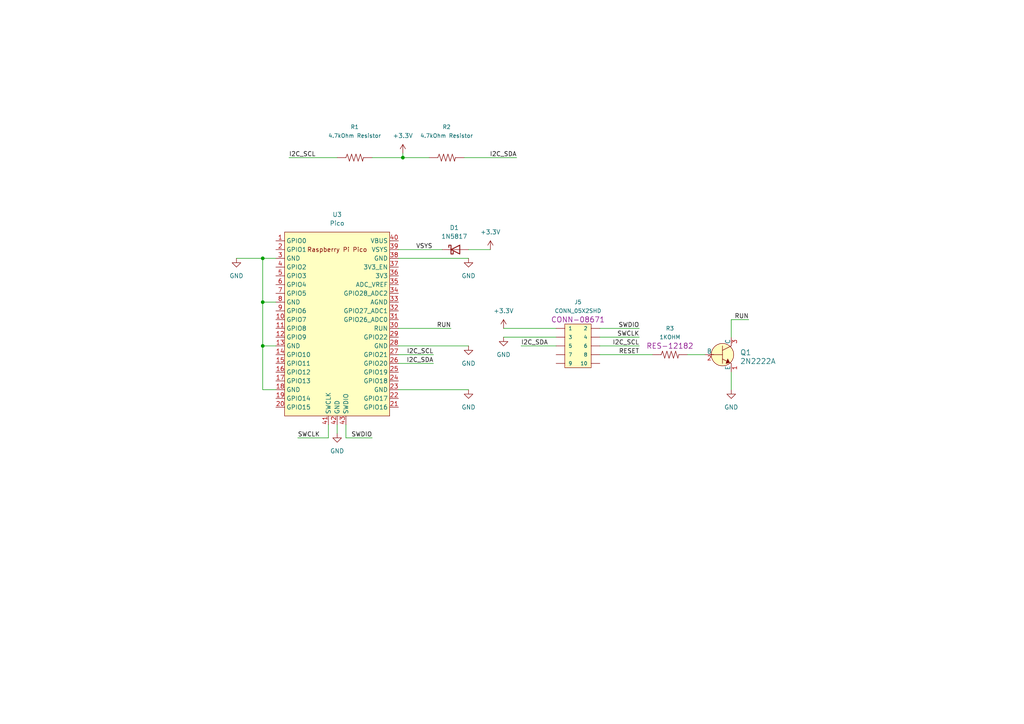
<source format=kicad_sch>
(kicad_sch (version 20230121) (generator eeschema)
  (paper "A4")
  (lib_symbols
    (symbol "Adafruit_Diode:1N5817" (pin_numbers hide) (pin_names (offset 1.016) hide)
      (property "Reference" "D" (at 0 2.54 0))
      (property "Value" "1N5817" (at 0 -2.54 0))
      (symbol "1N5817_0_1"
        (polyline (pts (xy 1.27 0) (xy -1.27 0)))
        (polyline (pts (xy 1.27 1.27) (xy 1.27 -1.27) (xy -1.27 0) (xy 1.27 1.27)) (stroke (width 0.254)))
        (polyline (pts (xy -1.905 0.635) (xy -1.905 1.27) (xy -1.27 1.27) (xy -1.27 -1.27) (xy -0.635 -1.27) (xy -0.635 -0.635)) (stroke (width 0.254)))
      )
      (symbol "1N5817_1_1"
        (pin passive line (at -3.81 0 0) (length 2.54) (name "K") (number "1"))
        (pin passive line (at 3.81 0 180) (length 2.54) (name "A") (number "2"))
      )
    )
    (symbol "Adafruit_power:+3.3V" (power) (pin_names (offset 0))
      (property "Value" "+3.3V" (at 0 3.556 0))
      (symbol "+3.3V_0_1"
        (polyline (pts (xy -0.762 1.27) (xy 0 2.54)))
        (polyline (pts (xy 0 0) (xy 0 2.54)))
        (polyline (pts (xy 0 2.54) (xy 0.762 1.27)))
      )
      (symbol "+3.3V_1_1"
        (pin power_in line (at 0 0 90) (length 0) hide (name "+3.3V") (number "1"))
      )
    )
    (symbol "Adafruit_power:GND" (power) (pin_names (offset 0))
      (property "Value" "GND" (at 0 -3.81 0))
      (symbol "GND_0_1"
        (polyline (pts (xy 0 0) (xy 0 -1.27) (xy 1.27 -1.27) (xy 0 -2.54) (xy -1.27 -1.27) (xy 0 -1.27)))
      )
      (symbol "GND_1_1"
        (pin power_in line (at 0 0 270) (length 0) hide (name "GND") (number "1"))
      )
    )
    (symbol "MCU_RaspberryPi_and_Boards:Pico"
      (property "Reference" "U" (at -13.97 27.94 0))
      (property "Value" "Pico" (at 0 19.05 0))
      (symbol "Pico_0_0"
        (text "Raspberry Pi Pico" (at 0 21.59 0) (effects (font (size 1.27 1.27))))
      )
      (symbol "Pico_0_1"
        (rectangle (start -15.24 26.67) (end 15.24 -26.67) (fill (type background)))
      )
      (symbol "Pico_1_1"
        (pin bidirectional line (at -17.78 24.13 0) (length 2.54) (name "GPIO0") (number "1"))
        (pin bidirectional line (at -17.78 1.27 0) (length 2.54) (name "GPIO7") (number "10"))
        (pin bidirectional line (at -17.78 -1.27 0) (length 2.54) (name "GPIO8") (number "11"))
        (pin bidirectional line (at -17.78 -3.81 0) (length 2.54) (name "GPIO9") (number "12"))
        (pin power_in line (at -17.78 -6.35 0) (length 2.54) (name "GND") (number "13"))
        (pin bidirectional line (at -17.78 -8.89 0) (length 2.54) (name "GPIO10") (number "14"))
        (pin bidirectional line (at -17.78 -11.43 0) (length 2.54) (name "GPIO11") (number "15"))
        (pin bidirectional line (at -17.78 -13.97 0) (length 2.54) (name "GPIO12") (number "16"))
        (pin bidirectional line (at -17.78 -16.51 0) (length 2.54) (name "GPIO13") (number "17"))
        (pin power_in line (at -17.78 -19.05 0) (length 2.54) (name "GND") (number "18"))
        (pin bidirectional line (at -17.78 -21.59 0) (length 2.54) (name "GPIO14") (number "19"))
        (pin bidirectional line (at -17.78 21.59 0) (length 2.54) (name "GPIO1") (number "2"))
        (pin bidirectional line (at -17.78 -24.13 0) (length 2.54) (name "GPIO15") (number "20"))
        (pin bidirectional line (at 17.78 -24.13 180) (length 2.54) (name "GPIO16") (number "21"))
        (pin bidirectional line (at 17.78 -21.59 180) (length 2.54) (name "GPIO17") (number "22"))
        (pin power_in line (at 17.78 -19.05 180) (length 2.54) (name "GND") (number "23"))
        (pin bidirectional line (at 17.78 -16.51 180) (length 2.54) (name "GPIO18") (number "24"))
        (pin bidirectional line (at 17.78 -13.97 180) (length 2.54) (name "GPIO19") (number "25"))
        (pin bidirectional line (at 17.78 -11.43 180) (length 2.54) (name "GPIO20") (number "26"))
        (pin bidirectional line (at 17.78 -8.89 180) (length 2.54) (name "GPIO21") (number "27"))
        (pin power_in line (at 17.78 -6.35 180) (length 2.54) (name "GND") (number "28"))
        (pin bidirectional line (at 17.78 -3.81 180) (length 2.54) (name "GPIO22") (number "29"))
        (pin power_in line (at -17.78 19.05 0) (length 2.54) (name "GND") (number "3"))
        (pin input line (at 17.78 -1.27 180) (length 2.54) (name "RUN") (number "30"))
        (pin bidirectional line (at 17.78 1.27 180) (length 2.54) (name "GPIO26_ADC0") (number "31"))
        (pin bidirectional line (at 17.78 3.81 180) (length 2.54) (name "GPIO27_ADC1") (number "32"))
        (pin power_in line (at 17.78 6.35 180) (length 2.54) (name "AGND") (number "33"))
        (pin bidirectional line (at 17.78 8.89 180) (length 2.54) (name "GPIO28_ADC2") (number "34"))
        (pin power_in line (at 17.78 11.43 180) (length 2.54) (name "ADC_VREF") (number "35"))
        (pin power_in line (at 17.78 13.97 180) (length 2.54) (name "3V3") (number "36"))
        (pin input line (at 17.78 16.51 180) (length 2.54) (name "3V3_EN") (number "37"))
        (pin bidirectional line (at 17.78 19.05 180) (length 2.54) (name "GND") (number "38"))
        (pin power_in line (at 17.78 21.59 180) (length 2.54) (name "VSYS") (number "39"))
        (pin bidirectional line (at -17.78 16.51 0) (length 2.54) (name "GPIO2") (number "4"))
        (pin power_in line (at 17.78 24.13 180) (length 2.54) (name "VBUS") (number "40"))
        (pin input line (at -2.54 -29.21 90) (length 2.54) (name "SWCLK") (number "41"))
        (pin power_in line (at 0 -29.21 90) (length 2.54) (name "GND") (number "42"))
        (pin bidirectional line (at 2.54 -29.21 90) (length 2.54) (name "SWDIO") (number "43"))
        (pin bidirectional line (at -17.78 13.97 0) (length 2.54) (name "GPIO3") (number "5"))
        (pin bidirectional line (at -17.78 11.43 0) (length 2.54) (name "GPIO4") (number "6"))
        (pin bidirectional line (at -17.78 8.89 0) (length 2.54) (name "GPIO5") (number "7"))
        (pin power_in line (at -17.78 6.35 0) (length 2.54) (name "GND") (number "8"))
        (pin bidirectional line (at -17.78 3.81 0) (length 2.54) (name "GPIO6") (number "9"))
      )
    )
    (symbol "SparkFun-Connectors:CONN_05X2SHD" (pin_numbers hide) (pin_names (offset 1.016))
      (property "Reference" "J" (at -3.81 7.62 0))
      (property "Value" "CONN_05X2SHD" (at -3.81 -8.89 0))
      (property "Field4" "CONN-08671" (at 0 11.43 0))
      (symbol "CONN_05X2SHD_0_1"
        (rectangle (start 3.81 -6.35) (end -3.81 6.35) (fill (type background)))
      )
      (symbol "CONN_05X2SHD_1_1"
        (pin passive line (at -6.35 5.08 0) (length 2.54) (name "1") (number "1"))
        (pin passive line (at 6.35 -5.08 180) (length 2.54) (name "10") (number "10"))
        (pin passive line (at 6.35 5.08 180) (length 2.54) (name "2") (number "2"))
        (pin passive line (at -6.35 2.54 0) (length 2.54) (name "3") (number "3"))
        (pin passive line (at 6.35 2.54 180) (length 2.54) (name "4") (number "4"))
        (pin passive line (at -6.35 0 0) (length 2.54) (name "5") (number "5"))
        (pin passive line (at 6.35 0 180) (length 2.54) (name "6") (number "6"))
        (pin passive line (at -6.35 -2.54 0) (length 2.54) (name "7") (number "7"))
        (pin passive line (at 6.35 -2.54 180) (length 2.54) (name "8") (number "8"))
        (pin passive line (at -6.35 -5.08 0) (length 2.54) (name "9") (number "9"))
      )
    )
    (symbol "SparkFun-Resistors:1KOHM-HORIZ-1_4W-1%" (pin_numbers hide) (pin_names (offset 1.016) hide)
      (property "Reference" "R" (at -5.08 1.27 0))
      (property "Value" "1KOHM-HORIZ-1_4W-1%" (at -5.08 -3.81 0))
      (property "Field4" "RES-12182" (at 0 5.08 0))
      (symbol "1KOHM-HORIZ-1_4W-1%_1_0"
        (polyline (pts (xy -2.54 0) (xy -2.159 1.016)))
        (polyline (pts (xy -2.159 1.016) (xy -1.524 -1.016)))
        (polyline (pts (xy -1.524 -1.016) (xy -0.889 1.016)))
        (polyline (pts (xy -0.889 1.016) (xy -0.254 -1.016)))
        (polyline (pts (xy -0.254 -1.016) (xy 0.381 1.016)))
        (polyline (pts (xy 0.381 1.016) (xy 1.016 -1.016)))
        (polyline (pts (xy 1.016 -1.016) (xy 1.651 1.016)))
        (polyline (pts (xy 1.651 1.016) (xy 2.286 -1.016)))
        (polyline (pts (xy 2.286 -1.016) (xy 2.54 0)))
      )
      (symbol "1KOHM-HORIZ-1_4W-1%_1_1"
        (pin passive line (at -5.08 0 0) (length 2.54) (name "1") (number "P$1"))
        (pin passive line (at 5.08 0 180) (length 2.54) (name "2") (number "P$2"))
      )
    )
    (symbol "SparkFun-Resistors:RESISTORAXIAL-0.3" (pin_numbers hide) (pin_names (offset 1.016) hide)
      (property "Reference" "R" (at -5.08 1.27 0))
      (property "Value" "RESISTORAXIAL-0.3" (at -5.08 -3.81 0))
      (property "Field4" " " (at 0 5.08 0))
      (symbol "RESISTORAXIAL-0.3_1_0"
        (polyline (pts (xy -2.54 0) (xy -2.159 1.016)))
        (polyline (pts (xy -2.159 1.016) (xy -1.524 -1.016)))
        (polyline (pts (xy -1.524 -1.016) (xy -0.889 1.016)))
        (polyline (pts (xy -0.889 1.016) (xy -0.254 -1.016)))
        (polyline (pts (xy -0.254 -1.016) (xy 0.381 1.016)))
        (polyline (pts (xy 0.381 1.016) (xy 1.016 -1.016)))
        (polyline (pts (xy 1.016 -1.016) (xy 1.651 1.016)))
        (polyline (pts (xy 1.651 1.016) (xy 2.286 -1.016)))
        (polyline (pts (xy 2.286 -1.016) (xy 2.54 0)))
      )
      (symbol "RESISTORAXIAL-0.3_1_1"
        (pin passive line (at -5.08 0 0) (length 2.54) (name "1") (number "P$1"))
        (pin passive line (at 5.08 0 180) (length 2.54) (name "2") (number "P$2"))
      )
    )
    (symbol "dk_Transistors-Bipolar-BJT-Single:2N2222A" (pin_names (offset 0))
      (property "Reference" "Q" (at -3.2004 4.2164 0))
      (property "Value" "2N2222A" (at 5.2324 0 90))
      (symbol "2N2222A_0_1"
        (polyline (pts (xy -3.81 0) (xy -2.54 0)))
        (polyline (pts (xy -3.556 0) (xy 0 0)))
        (polyline (pts (xy 0 -1.27) (xy 2.54 -2.54)))
        (polyline (pts (xy 0 1.27) (xy 2.54 2.54)))
        (polyline (pts (xy 0 2.54) (xy 0 -2.54)))
        (polyline (pts (xy 1.524 -1.27) (xy 2.032 -2.286) (xy 1.016 -2.54) (xy 1.524 -1.27)) (fill (type outline)))
        (circle (center 0 0) (radius 3.2512) (fill (type background)))
      )
      (symbol "2N2222A_1_1"
        (pin passive line (at 2.54 -5.08 90) (length 2.54) (name "E") (number "1"))
        (pin input line (at -5.08 0 0) (length 2.54) (name "B") (number "2"))
        (pin passive line (at 2.54 5.08 270) (length 2.54) (name "C") (number "3"))
      )
    )
  )
  (junction (at 76.2 100.33))
  (junction (at 116.84 45.72))
  (junction (at 76.2 87.63))
  (junction (at 76.2 74.93))
  (wire (pts (xy 100.33 127) (xy 107.95 127)))
  (wire (pts (xy 76.2 74.93) (xy 76.2 87.63)))
  (wire (pts (xy 68.58 74.93) (xy 76.2 74.93)))
  (wire (pts (xy 212.09 97.79) (xy 212.09 92.71)))
  (wire (pts (xy 173.99 95.25) (xy 185.42 95.25)))
  (wire (pts (xy 80.01 113.03) (xy 76.2 113.03)))
  (wire (pts (xy 115.57 113.03) (xy 135.89 113.03)))
  (wire (pts (xy 115.57 102.87) (xy 125.73 102.87)))
  (wire (pts (xy 173.99 100.33) (xy 185.42 100.33)))
  (wire (pts (xy 146.05 97.79) (xy 161.29 97.79)))
  (wire (pts (xy 100.33 123.19) (xy 100.33 127)))
  (wire (pts (xy 76.2 87.63) (xy 76.2 100.33)))
  (wire (pts (xy 116.84 45.72) (xy 124.46 45.72)))
  (wire (pts (xy 76.2 87.63) (xy 80.01 87.63)))
  (wire (pts (xy 151.13 100.33) (xy 161.29 100.33)))
  (wire (pts (xy 86.36 127) (xy 95.25 127)))
  (wire (pts (xy 146.05 95.25) (xy 161.29 95.25)))
  (wire (pts (xy 212.09 107.95) (xy 212.09 113.03)))
  (wire (pts (xy 76.2 100.33) (xy 76.2 113.03)))
  (wire (pts (xy 83.82 45.72) (xy 97.79 45.72)))
  (wire (pts (xy 76.2 74.93) (xy 80.01 74.93)))
  (wire (pts (xy 116.84 44.45) (xy 116.84 45.72)))
  (wire (pts (xy 97.79 123.19) (xy 97.79 125.73)))
  (wire (pts (xy 115.57 105.41) (xy 125.73 105.41)))
  (wire (pts (xy 199.39 102.87) (xy 204.47 102.87)))
  (wire (pts (xy 134.62 45.72) (xy 149.86 45.72)))
  (wire (pts (xy 212.09 92.71) (xy 217.17 92.71)))
  (wire (pts (xy 173.99 97.79) (xy 185.42 97.79)))
  (wire (pts (xy 107.95 45.72) (xy 116.84 45.72)))
  (wire (pts (xy 115.57 100.33) (xy 135.89 100.33)))
  (wire (pts (xy 115.57 74.93) (xy 135.89 74.93)))
  (wire (pts (xy 135.89 72.39) (xy 142.24 72.39)))
  (wire (pts (xy 95.25 123.19) (xy 95.25 127)))
  (wire (pts (xy 115.57 72.39) (xy 128.27 72.39)))
  (wire (pts (xy 80.01 100.33) (xy 76.2 100.33)))
  (wire (pts (xy 115.57 95.25) (xy 130.81 95.25)))
  (wire (pts (xy 173.99 102.87) (xy 189.23 102.87)))
  (label "I2C_SCL" (at 83.82 45.72 0))
  (label "I2C_SCL" (at 185.42 100.33 180))
  (label "SWCLK" (at 185.42 97.79 180))
  (label "VSYS" (at 120.65 72.39 0))
  (label "SWDIO" (at 107.95 127 180))
  (label "RUN" (at 217.17 92.71 180))
  (label "I2C_SDA" (at 149.86 45.72 180))
  (label "SWDIO" (at 185.42 95.25 180))
  (label "I2C_SCL" (at 125.73 102.87 180))
  (label "RUN" (at 130.81 95.25 180))
  (label "I2C_SDA" (at 125.73 105.41 180))
  (label "RESET" (at 185.42 102.87 180))
  (label "SWCLK" (at 86.36 127 0))
  (label "I2C_SDA" (at 151.13 100.33 0))
  (symbol (lib_id "MCU_RaspberryPi_and_Boards:Pico") (at 97.79 93.98 0) (unit 1)
    (property "Reference" "U3" (at 97.79 62.23 0))
    (property "Value" "Pico" (at 97.79 64.77 0))
    (property "Footprint" "MCU_RaspberryPi_and_Boards:RPi_Pico_SMD_TH" (effects hide))
  )
  (symbol (lib_id "Adafruit_power:GND") (at 68.58 74.93 0) (unit 1)
    (property "Reference" "#PWR0108" (effects hide))
    (property "Value" "GND" (at 68.58 80.01 0))
  )
  (symbol (lib_id "SparkFun-Resistors:RESISTORAXIAL-0.3") (at 129.54 45.72 0) (unit 1)
    (property "Reference" "R2" (at 129.54 36.83 0) (effects (font (size 1.143 1.143))))
    (property "Value" "4.7kOhm Resistor" (at 129.54 39.37 0) (effects (font (size 1.143 1.143))))
    (property "Footprint" "SparkFun-Resistors:AXIAL-0.3" (effects hide))
    (property "Field4" " " (at 129.54 43.18 0) (effects (font (size 1.524 1.524))))
  )
  (symbol (lib_id "Adafruit_power:+3.3V") (at 142.24 72.39 0) (unit 1)
    (property "Reference" "#PWR0104" (effects hide))
    (property "Value" "+3.3V" (at 142.24 67.31 0))
  )
  (symbol (lib_id "Adafruit_power:+3.3V") (at 116.84 44.45 0) (unit 1)
    (property "Reference" "#PWR0105" (effects hide))
    (property "Value" "+3.3V" (at 116.84 39.37 0))
  )
  (symbol (lib_id "Adafruit_power:GND") (at 146.05 97.79 0) (unit 1)
    (property "Reference" "#PWR0106" (effects hide))
    (property "Value" "GND" (at 146.05 102.87 0))
  )
  (symbol (lib_id "Adafruit_power:GND") (at 212.09 113.03 0) (unit 1)
    (property "Reference" "#PWR01" (effects hide))
    (property "Value" "GND" (at 212.09 118.11 0))
  )
  (symbol (lib_id "SparkFun-Resistors:1KOHM-HORIZ-1_4W-1%") (at 194.31 102.87 0) (unit 1)
    (property "Reference" "R3" (at 194.31 95.25 0) (effects (font (size 1.143 1.143))))
    (property "Value" "1KOHM" (at 194.31 97.79 0) (effects (font (size 1.143 1.143))))
    (property "Footprint" "SparkFun-Resistors:AXIAL-0.3-KIT" (effects hide))
    (property "Field4" "RES-12182" (at 194.31 100.33 0) (effects (font (size 1.524 1.524))))
  )
  (symbol (lib_id "dk_Transistors-Bipolar-BJT-Single:2N2222A") (at 209.55 102.87 0) (unit 1)
    (property "Reference" "Q1" (at 214.63 102.235 0) (effects (font (size 1.524 1.524)) (justify left)))
    (property "Value" "2N2222A" (at 214.63 104.775 0) (effects (font (size 1.524 1.524)) (justify left)))
    (property "Footprint" "digikey-footprints:TO-18-3" (effects hide))
    (property "Datasheet" "https://my.centralsemi.com/get_document.php?cmp=1&mergetype=pd&mergepath=pd&pdf_id=2N2221A.PDF" (effects hide))
    (property "Digi-Key_PN" "2N2222ACS-ND" (effects hide))
    (property "MPN" "2N2222A" (effects hide))
    (property "Category" "Discrete Semiconductor Products" (effects hide))
    (property "Family" "Transistors - Bipolar (BJT) - Single" (effects hide))
    (property "DK_Datasheet_Link" "https://my.centralsemi.com/get_document.php?cmp=1&mergetype=pd&mergepath=pd&pdf_id=2N2221A.PDF" (effects hide))
    (property "DK_Detail_Page" "/product-detail/en/central-semiconductor-corp/2N2222A/2N2222ACS-ND/4806845" (effects hide))
    (property "Description" "TRANS NPN 40V 0.8A TO-18" (effects hide))
    (property "Manufacturer" "Central Semiconductor Corp" (effects hide))
    (property "Status" "Active" (effects hide))
  )
  (symbol (lib_id "SparkFun-Connectors:CONN_05X2SHD") (at 167.64 100.33 0) (unit 1)
    (property "Reference" "J5" (at 167.64 87.63 0) (effects (font (size 1.143 1.143))))
    (property "Value" "CONN_05X2SHD" (at 167.64 90.17 0) (effects (font (size 1.143 1.143))))
    (property "Footprint" "SparkFun-Connectors:2X5-SHROUDED" (effects hide))
    (property "Field4" "CONN-08671" (at 167.64 92.71 0) (effects (font (size 1.524 1.524))))
  )
  (symbol (lib_id "Adafruit_power:GND") (at 135.89 74.93 0) (unit 1)
    (property "Reference" "#PWR02" (effects hide))
    (property "Value" "GND" (at 135.89 80.01 0))
  )
  (symbol (lib_id "SparkFun-Resistors:RESISTORAXIAL-0.3") (at 102.87 45.72 0) (unit 1)
    (property "Reference" "R1" (at 102.87 36.83 0) (effects (font (size 1.143 1.143))))
    (property "Value" "4.7kOhm Resistor" (at 102.87 39.37 0) (effects (font (size 1.143 1.143))))
    (property "Footprint" "SparkFun-Resistors:AXIAL-0.3" (effects hide))
    (property "Field4" " " (at 102.87 43.18 0) (effects (font (size 1.524 1.524))))
  )
  (symbol (lib_id "Adafruit_power:+3.3V") (at 146.05 95.25 0) (unit 1)
    (property "Reference" "#PWR0107" (effects hide))
    (property "Value" "+3.3V" (at 146.05 90.17 0))
  )
  (symbol (lib_id "Adafruit_power:GND") (at 97.79 125.73 0) (unit 1)
    (property "Reference" "#PWR0101" (effects hide))
    (property "Value" "GND" (at 97.79 130.81 0))
  )
  (symbol (lib_id "Adafruit_power:GND") (at 135.89 113.03 0) (unit 1)
    (property "Reference" "#PWR0102" (effects hide))
    (property "Value" "GND" (at 135.89 118.11 0))
  )
  (symbol (lib_id "Adafruit_Diode:1N5817") (at 132.08 72.39 0) (unit 1)
    (property "Reference" "D1" (at 131.7625 66.04 0))
    (property "Value" "1N5817" (at 131.7625 68.58 0))
    (property "Footprint" "Diode_THT:D_DO-41_SOD81_P10.16mm_Horizontal" (effects hide))
    (property "Datasheet" "http://www.vishay.com/docs/88525/1n5817.pdf" (effects hide))
  )
  (symbol (lib_id "Adafruit_power:GND") (at 135.89 100.33 0) (unit 1)
    (property "Reference" "#PWR0103" (effects hide))
    (property "Value" "GND" (at 135.89 105.41 0))
  )
)
</source>
